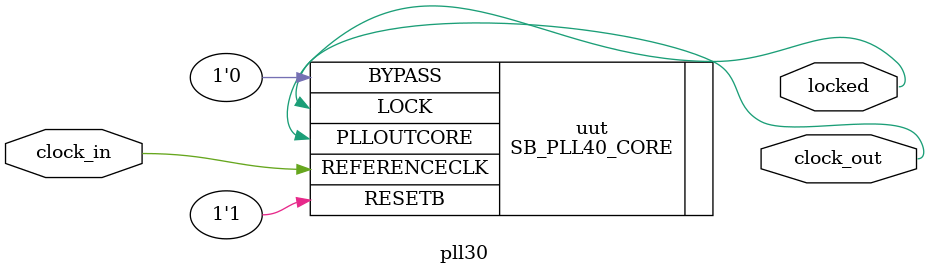
<source format=v>
/**
 * PLL configuration
 *
 * This Verilog module was generated automatically
 * using the icepll tool from the IceStorm project.
 * Use at your own risk.
 *
 * Given input frequency:        12.000 MHz
 * Requested output frequency:   30.000 MHz
 * Achieved output frequency:    30.000 MHz
 */

module pll30(
	input  clock_in,
	output clock_out,
	output locked
	);

SB_PLL40_CORE #(
		.FEEDBACK_PATH("SIMPLE"),
		.DIVR(4'b0000),		// DIVR =  0
		.DIVF(7'b1001111),	// DIVF = 79
		.DIVQ(3'b101),		// DIVQ =  5
		.FILTER_RANGE(3'b001)	// FILTER_RANGE = 1
	) uut (
		.LOCK(locked),
		.RESETB(1'b1),
		.BYPASS(1'b0),
		.REFERENCECLK(clock_in),
		.PLLOUTCORE(clock_out)
		);

endmodule

</source>
